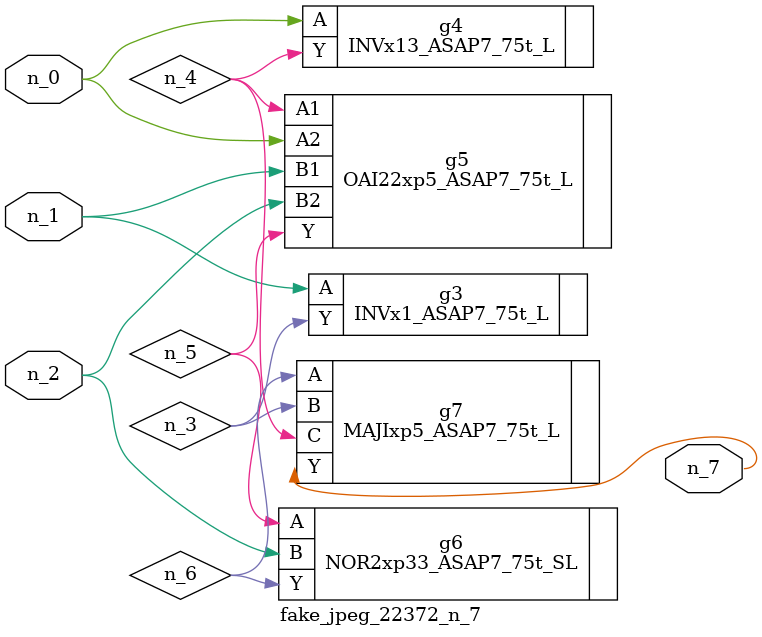
<source format=v>
module fake_jpeg_22372_n_7 (n_0, n_2, n_1, n_7);

input n_0;
input n_2;
input n_1;

output n_7;

wire n_3;
wire n_4;
wire n_6;
wire n_5;

INVx1_ASAP7_75t_L g3 ( 
.A(n_1),
.Y(n_3)
);

INVx13_ASAP7_75t_L g4 ( 
.A(n_0),
.Y(n_4)
);

OAI22xp5_ASAP7_75t_L g5 ( 
.A1(n_4),
.A2(n_0),
.B1(n_1),
.B2(n_2),
.Y(n_5)
);

NOR2xp33_ASAP7_75t_SL g6 ( 
.A(n_5),
.B(n_2),
.Y(n_6)
);

MAJIxp5_ASAP7_75t_L g7 ( 
.A(n_6),
.B(n_3),
.C(n_4),
.Y(n_7)
);


endmodule
</source>
